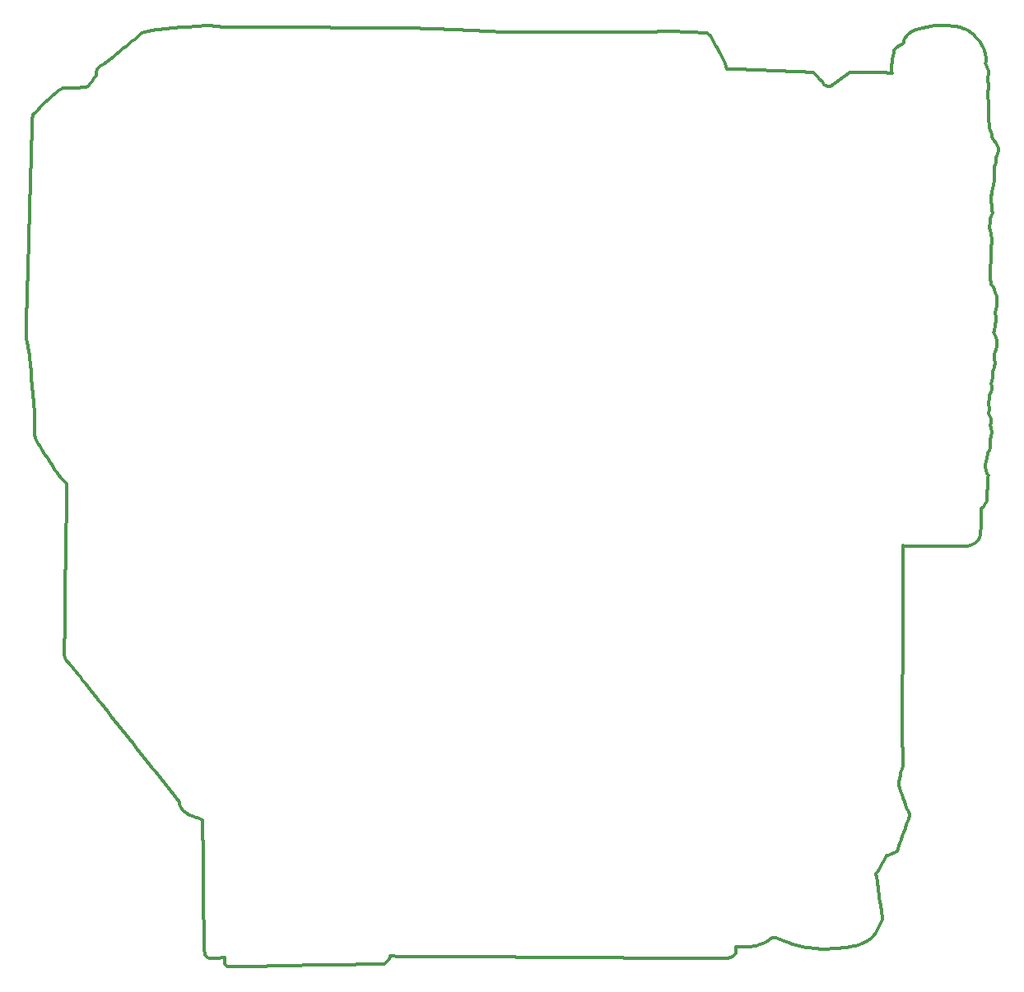
<source format=gbr>
%TF.GenerationSoftware,KiCad,Pcbnew,(6.0.4-0)*%
%TF.CreationDate,2022-08-06T01:16:16+02:00*%
%TF.ProjectId,enisadev,656e6973-6164-4657-962e-6b696361645f,rev?*%
%TF.SameCoordinates,PXb71b00PYb71b00*%
%TF.FileFunction,Profile,NP*%
%FSLAX46Y46*%
G04 Gerber Fmt 4.6, Leading zero omitted, Abs format (unit mm)*
G04 Created by KiCad (PCBNEW (6.0.4-0)) date 2022-08-06 01:16:16*
%MOMM*%
%LPD*%
G01*
G04 APERTURE LIST*
%ADD10C,0.350000*%
G04 APERTURE END LIST*
D10*
X101799062Y-46277327D02*
X101795531Y-46418447D01*
X85151478Y-8427807D02*
X85440758Y-8487774D01*
X23619984Y-99119903D02*
X23485927Y-99014074D01*
X15474335Y-2818632D02*
X15864873Y-2749206D01*
X16293022Y-2685320D01*
X16673309Y-2637060D01*
X17095990Y-2590392D01*
X17445721Y-2555913D01*
X17827316Y-2521475D01*
X18244210Y-2486711D01*
X18699840Y-2451256D01*
X19026810Y-2427054D01*
X102599874Y-32963497D02*
X102599874Y-32970560D01*
X101164066Y-52419201D02*
X101155219Y-52805291D01*
X101144884Y-53183568D01*
X101133557Y-53542912D01*
X101118759Y-53948524D01*
X101101342Y-54342689D01*
X101079403Y-54666393D01*
X13509361Y-4116852D02*
X13805757Y-3872284D01*
X14081177Y-3647112D01*
X14354955Y-3425864D01*
X14635819Y-3206283D01*
X14645316Y-3199638D01*
X6690182Y-8681797D02*
X7074282Y-8649490D01*
X7438344Y-8643577D01*
X7801792Y-8640127D01*
X7886082Y-8639465D01*
X40285203Y-98308518D02*
X40050546Y-98584876D01*
X39794836Y-98809478D01*
X3652749Y-11408784D02*
X3857366Y-11190042D01*
X101915485Y-10854920D02*
X101921480Y-11233495D01*
X101930547Y-11584164D01*
X101943713Y-11955585D01*
X102324697Y-19032306D02*
X102275325Y-19342753D01*
X3553982Y-12431826D02*
X3570255Y-12072195D01*
X3575148Y-11856797D01*
X3871491Y-44714524D02*
X3819389Y-44344933D01*
X3818565Y-44065404D01*
X48265034Y-2737500D02*
X48663741Y-2757851D01*
X49015820Y-2774942D01*
X49368350Y-2791292D01*
X49768788Y-2808796D01*
X50168834Y-2824538D01*
X50307610Y-2829226D01*
X102536377Y-36526544D02*
X102568115Y-37009848D01*
X23334235Y-98865913D02*
X23320110Y-98513135D01*
X101559176Y-47395627D02*
X101566238Y-47677866D01*
X101601507Y-6170021D02*
X101725379Y-6498881D01*
X101739096Y-6529861D01*
X101693233Y-47060505D02*
X101689702Y-47071077D01*
X102257669Y-13779440D02*
X102451714Y-14019326D01*
X102035417Y-40375362D02*
X102028376Y-40474129D01*
X101689702Y-47071077D02*
X101672067Y-47113409D01*
X101566238Y-47677866D02*
X101661439Y-48015158D01*
X101774325Y-48354946D01*
X101777896Y-48362256D01*
X21587980Y-98132129D02*
X21332909Y-97883630D01*
X21277534Y-97779352D01*
X92651537Y-80239251D02*
X92715034Y-80433274D01*
X91931878Y-6748582D02*
X91963085Y-6370241D01*
X92013840Y-5988535D01*
X92051810Y-5739642D01*
X73269925Y-3291364D02*
X73478476Y-3590544D01*
X73668087Y-3918972D01*
X73852507Y-4288389D01*
X74026546Y-4655502D01*
X74109538Y-4833001D01*
X102046011Y-40255408D02*
X102035417Y-40375362D01*
X89600000Y-96400000D02*
X89283885Y-96563547D01*
X88920429Y-96728441D01*
X88574125Y-96860576D01*
X88214701Y-96964934D01*
X88054832Y-96996195D01*
X102109508Y-44852113D02*
X102088342Y-44901507D01*
X93544075Y-82930947D02*
X93611082Y-83026182D01*
X102236503Y-20746801D02*
X102240034Y-20838527D01*
X102486983Y-29386326D02*
X102610970Y-29721793D01*
X102638675Y-29781435D01*
X101929588Y-8572437D02*
X101911953Y-8699432D01*
X92806760Y-80733127D02*
X92902418Y-81074712D01*
X93029012Y-81431642D01*
X102515211Y-33979499D02*
X102693117Y-34313868D01*
X102775007Y-34662233D01*
X102790367Y-35051936D01*
X101848456Y-48446919D02*
X101880194Y-48517479D01*
X93046646Y-4152142D02*
X93184235Y-4060417D01*
X18705792Y-82338283D02*
X18666992Y-82126603D01*
X102176537Y-43243447D02*
X102127143Y-43335173D01*
X101904891Y-7260114D02*
X101846374Y-7605743D01*
X101844925Y-7626995D01*
X90965249Y-94262168D02*
X90661865Y-94911267D01*
X6975931Y-57569747D02*
X7078229Y-49395892D01*
X7886082Y-8639465D02*
X8278403Y-8638094D01*
X8666054Y-8633946D01*
X9021946Y-8626080D01*
X9096129Y-8621831D01*
X93184235Y-4060417D02*
X93201869Y-3905194D01*
X101146432Y-52020560D02*
X101171129Y-52027601D01*
X102568115Y-37009848D02*
X102568115Y-37013379D01*
X90347888Y-89559634D02*
X90407875Y-89937109D01*
X90471373Y-89362079D02*
X90347888Y-89559634D01*
X75972193Y-97094962D02*
X75965152Y-97094962D01*
X21937227Y-2271831D02*
X22343922Y-2327192D01*
X22697941Y-2355141D01*
X23119864Y-2376021D01*
X23481689Y-2387092D01*
X23883053Y-2394267D01*
X24324530Y-2397583D01*
X24806698Y-2397074D01*
X25330131Y-2392775D01*
X25702295Y-2387821D01*
X25895405Y-2384722D01*
X75936924Y-97059693D02*
X75972193Y-97094962D01*
X102490514Y-18104499D02*
X102476389Y-18259722D01*
X102748035Y-31114945D02*
X102664630Y-31462917D01*
X102564584Y-31749941D01*
X3412862Y-37740101D02*
X3383688Y-37309236D01*
X3352782Y-36951074D01*
X3316582Y-36592851D01*
X3265905Y-36161737D01*
X3211610Y-35769186D01*
X3145318Y-35379266D01*
X3113010Y-35228325D01*
X102148308Y-28687833D02*
X102148308Y-28716061D01*
X92517479Y-87220715D02*
X92208271Y-87399800D01*
X91893056Y-87509996D01*
X102095405Y-22232003D02*
X102088381Y-22598506D01*
X102035417Y-22859937D01*
X90993477Y-88448375D02*
X90813189Y-88768022D01*
X90629475Y-89090132D01*
X90471373Y-89362079D01*
X101986045Y-23071616D02*
X102067177Y-23293868D01*
X92051810Y-5739642D02*
X92107879Y-5375996D01*
X92157639Y-5051721D01*
X3818565Y-44065404D02*
X3821025Y-43693781D01*
X3824637Y-43326476D01*
X3825628Y-43218750D01*
X90538401Y-90868447D02*
X90591168Y-91270828D01*
X90643514Y-91655678D01*
X90697253Y-92033740D01*
X90754200Y-92415754D01*
X90816168Y-92812464D01*
X90838254Y-92949823D01*
X102243565Y-20979625D02*
X102289428Y-21272437D01*
X102201234Y-23664280D02*
X102211806Y-23801847D01*
X6982972Y-49321801D02*
X6715990Y-49082509D01*
X6462699Y-48789086D01*
X6249957Y-48499253D01*
X6062227Y-48228199D01*
X102155371Y-20238800D02*
X102190640Y-20390492D01*
X102790367Y-35051936D02*
X102769201Y-35281250D01*
X102077749Y-13028022D02*
X102190640Y-13278502D01*
X101739096Y-6529861D02*
X101881852Y-6867644D01*
X101929588Y-7118994D01*
X75665278Y-97980438D02*
X75398402Y-98210355D01*
X75034756Y-98268674D01*
X74668180Y-98277833D01*
X74508178Y-98280312D01*
X92898486Y-79092723D02*
X92826046Y-79437882D01*
X92750325Y-79748885D01*
X6880674Y-66770198D02*
X6877143Y-66590278D01*
X101629736Y-51322045D02*
X101562707Y-51427896D01*
X102243565Y-13560720D02*
X102257669Y-13779440D01*
X93029012Y-81431642D02*
X93149850Y-81766338D01*
X93269047Y-82126048D01*
X93353561Y-82405312D01*
X102127143Y-43335173D02*
X102144233Y-43695873D01*
X102158902Y-43740854D01*
X91893056Y-87509996D02*
X91559481Y-87634899D01*
X91430918Y-87700488D01*
X102236503Y-39341726D02*
X102262780Y-39694471D01*
X102261200Y-39705076D01*
X21714975Y-98234449D02*
X21587980Y-98132129D01*
X101171129Y-52031132D02*
X101164066Y-52419201D01*
X32767509Y-2437626D02*
X33183456Y-2445150D01*
X33620881Y-2449613D01*
X34019496Y-2452611D01*
X34469666Y-2455271D01*
X34963366Y-2457559D01*
X35492576Y-2459439D01*
X35861148Y-2460450D01*
X36239559Y-2461254D01*
X36625432Y-2461841D01*
X37016389Y-2462200D01*
X37410055Y-2462323D01*
X76744777Y-97105556D02*
X76371426Y-97094656D01*
X76014218Y-97067347D01*
X75936924Y-97059693D01*
X18666992Y-82126603D02*
X16201057Y-79022163D01*
X102405851Y-37715404D02*
X102405851Y-37722466D01*
X102575177Y-33111658D02*
X102575177Y-33178687D01*
X102148308Y-28716061D02*
X102211806Y-28888918D01*
X39794836Y-98809478D02*
X39480880Y-98816519D01*
X101947223Y-12040248D02*
X101967187Y-12397222D01*
X101993085Y-12707003D01*
X102638675Y-29781435D02*
X102758629Y-30106006D01*
X23320110Y-98199158D02*
X22519319Y-98216793D01*
X91956575Y-7027268D02*
X91931878Y-6748582D01*
X21277534Y-97779352D02*
X21239170Y-97394521D01*
X21229195Y-96984861D01*
X21222850Y-96589121D01*
X21217871Y-96216618D01*
X21212450Y-95771770D01*
X21210506Y-95606250D01*
X101908422Y-10269297D02*
X101911953Y-10544474D01*
X102194171Y-21868632D02*
X102088342Y-22115581D01*
X102342332Y-37930615D02*
X102359988Y-38085838D01*
X102419954Y-33856014D02*
X102515211Y-33979499D01*
X102197703Y-19744903D02*
X102148023Y-20104529D01*
X102155371Y-20238800D01*
X93099571Y-78464768D02*
X93000783Y-78768174D01*
X102194171Y-39140640D02*
X102236503Y-39341726D01*
X101672067Y-47116940D02*
X101654433Y-47152209D01*
X102758629Y-30106006D02*
X102796219Y-30484915D01*
X102785356Y-30851474D01*
X102758629Y-31062020D01*
X101753199Y-51138615D02*
X101629736Y-51322045D01*
X21097614Y-84708939D02*
X21097614Y-84461991D01*
X101777896Y-46644208D02*
X101746158Y-46845294D01*
X31543380Y-98961170D02*
X31084278Y-98974885D01*
X30622578Y-98988224D01*
X30160474Y-99001139D01*
X29700165Y-99013585D01*
X29243844Y-99025514D01*
X28793710Y-99036880D01*
X28351958Y-99047637D01*
X27920784Y-99057737D01*
X27502385Y-99067135D01*
X27098956Y-99075784D01*
X26712694Y-99083636D01*
X26345796Y-99090646D01*
X25836558Y-99099480D01*
X25383241Y-99106156D01*
X25115758Y-99109331D01*
X92722097Y-86624520D02*
X92617384Y-86962083D01*
X92517479Y-87220715D01*
X79499971Y-6875576D02*
X79968572Y-6894501D01*
X80418223Y-6912863D01*
X80847420Y-6930594D01*
X81254660Y-6947626D01*
X81638438Y-6963894D01*
X81997252Y-6979329D01*
X82485373Y-7000775D01*
X82908864Y-7019970D01*
X83262651Y-7036688D01*
X83617164Y-7054733D01*
X83881486Y-7073131D01*
X102158902Y-43740854D02*
X102225220Y-44093469D01*
X102225931Y-44153598D01*
X90153864Y-7083725D02*
X90542382Y-7089999D01*
X90914995Y-7096742D01*
X91266959Y-7103673D01*
X91645154Y-7111620D01*
X91981250Y-7118994D01*
X14825236Y-3033821D02*
X15156123Y-2884508D01*
X15474335Y-2818632D01*
X102211806Y-23801847D02*
X102221144Y-24188504D01*
X102219869Y-24559640D01*
X102212522Y-24978057D01*
X102202599Y-25327952D01*
X102185545Y-25760671D01*
X102163778Y-26161997D01*
X102158902Y-26236023D01*
X80388978Y-96290640D02*
X80057454Y-96167004D01*
X80043262Y-96160114D01*
X21094083Y-84296195D02*
X21076448Y-83999853D01*
X102289428Y-21272437D02*
X102321166Y-21551145D01*
X102568115Y-37013379D02*
X102490514Y-37327357D01*
X93219504Y-3795833D02*
X93314761Y-3566519D01*
X102215337Y-19684937D02*
X102197703Y-19744903D01*
X102275325Y-19342753D02*
X102222400Y-19656708D01*
X102758629Y-31062020D02*
X102748035Y-31114945D01*
X100589037Y-3425421D02*
X100851913Y-3686971D01*
X101077375Y-3955475D01*
X101188763Y-4162715D01*
X102190640Y-20390492D02*
X102236503Y-20746801D01*
X21076448Y-83999853D02*
X20864790Y-83929293D01*
X102024845Y-22891696D02*
X101986045Y-23071616D01*
X101188763Y-4162715D02*
X101338766Y-4482887D01*
X101465677Y-4818949D01*
X101587404Y-5189310D01*
X74109538Y-4833001D02*
X74280601Y-5160387D01*
X74457370Y-5465877D01*
X74469378Y-5485631D01*
X85433696Y-97289007D02*
X85018117Y-97292763D01*
X84621265Y-97285360D01*
X84240039Y-97266549D01*
X83871339Y-97236081D01*
X83512064Y-97193707D01*
X83159113Y-97139179D01*
X82809385Y-97072247D01*
X82459782Y-96992664D01*
X21097614Y-84461991D02*
X21101145Y-84444356D01*
X74469378Y-5485631D02*
X74656489Y-5808681D01*
X74816930Y-6150866D01*
X74910350Y-6459301D01*
X25895405Y-2384722D02*
X26385605Y-2377345D01*
X26753367Y-2374107D01*
X27149077Y-2372158D01*
X27568600Y-2371453D01*
X28007801Y-2371944D01*
X28462547Y-2373585D01*
X28928703Y-2376329D01*
X29402135Y-2380131D01*
X29878709Y-2384942D01*
X30354291Y-2390717D01*
X30824746Y-2397409D01*
X31285941Y-2404972D01*
X31733741Y-2413359D01*
X32164012Y-2422523D01*
X32572620Y-2432418D01*
X32767509Y-2437626D01*
X101834353Y-9031044D02*
X101830821Y-9210964D01*
X101830821Y-9210964D02*
X101834353Y-9323855D01*
X81196853Y-96572858D02*
X80862243Y-96450671D01*
X80522157Y-96332747D01*
X80388978Y-96290640D01*
X7120560Y-67659183D02*
X6935746Y-67343000D01*
X6867671Y-66990872D01*
X6880674Y-66770198D01*
X102098936Y-45088468D02*
X102123391Y-45440054D01*
X102091874Y-45709360D01*
X10641297Y-72033636D02*
X10418270Y-71752219D01*
X10199356Y-71475960D01*
X9879920Y-71072755D01*
X9572878Y-70685050D01*
X9280115Y-70315180D01*
X9003514Y-69965483D01*
X8744960Y-69638296D01*
X8506334Y-69335957D01*
X8289523Y-69060801D01*
X8037628Y-68740254D01*
X7879041Y-68537618D01*
X93353561Y-82405312D02*
X93453188Y-82745582D01*
X93544075Y-82930947D01*
X102035417Y-22863468D02*
X102024845Y-22891696D01*
X101795531Y-46418447D02*
X101777896Y-46644208D01*
X35328679Y-98908245D02*
X34880217Y-98912388D01*
X34432175Y-98916853D01*
X33991108Y-98921585D01*
X33563576Y-98926533D01*
X33156135Y-98931644D01*
X32775345Y-98936866D01*
X32320414Y-98943911D01*
X31940063Y-98950937D01*
X31543380Y-98961170D01*
X102240034Y-20838527D02*
X102243565Y-20979625D01*
X93477046Y-84483156D02*
X93329134Y-84877085D01*
X93191348Y-85258676D01*
X93045360Y-85670886D01*
X92907561Y-86067043D01*
X92794343Y-86400478D01*
X92722097Y-86624520D01*
X23320110Y-98513135D02*
X23320110Y-98199158D01*
X67625480Y-2878598D02*
X68082392Y-2867976D01*
X68448053Y-2863332D01*
X68824590Y-2861421D01*
X69204069Y-2862138D01*
X69578553Y-2865377D01*
X69940108Y-2871035D01*
X70388353Y-2882161D01*
X70780694Y-2897152D01*
X71163852Y-2920951D01*
X74508178Y-98280312D02*
X74095281Y-98280216D01*
X73657539Y-98278592D01*
X73294811Y-98276910D01*
X72879993Y-98274779D01*
X72417054Y-98272225D01*
X71909962Y-98269273D01*
X71362688Y-98265950D01*
X70779198Y-98262280D01*
X70163463Y-98258291D01*
X69519450Y-98254007D01*
X68851129Y-98249456D01*
X68162469Y-98244661D01*
X67811752Y-98242181D01*
X67457438Y-98239650D01*
X67100023Y-98237072D01*
X66740005Y-98234449D01*
X92750325Y-79748885D02*
X92670101Y-80102864D01*
X92651537Y-80239251D01*
X101171129Y-52027601D02*
X101171129Y-52031132D01*
X101929588Y-7118994D02*
X101904891Y-7260114D01*
X102211806Y-28888918D02*
X102413270Y-29186860D01*
X102486983Y-29386326D01*
X7879041Y-68537618D02*
X7646196Y-68273035D01*
X101971920Y-40731671D02*
X101908422Y-40964495D01*
X93755733Y-83407188D02*
X93752202Y-83410720D01*
X102486983Y-37341460D02*
X102409710Y-37687149D01*
X102405851Y-37715404D01*
X93067812Y-72093603D02*
X93067522Y-72501886D01*
X93067315Y-72888412D01*
X93067191Y-73253792D01*
X93067191Y-73923546D01*
X93067522Y-74516021D01*
X93068183Y-75036089D01*
X93069176Y-75488625D01*
X93070500Y-75878500D01*
X93073106Y-76356485D01*
X93076456Y-76720895D01*
X93083693Y-77120527D01*
X93099571Y-77388800D01*
X102137736Y-40026115D02*
X102046011Y-40255408D01*
X3857366Y-11190042D02*
X4122127Y-10928489D01*
X4394136Y-10659232D01*
X4668750Y-10385720D01*
X20416756Y-83752904D02*
X20090393Y-83624891D01*
X20078103Y-83622378D01*
X4668750Y-10385720D02*
X4921130Y-10136699D01*
X5207474Y-9861458D01*
X5487804Y-9600901D01*
X5663586Y-9447340D01*
X19044445Y-83033245D02*
X18834116Y-82741316D01*
X18715991Y-82392205D01*
X18705792Y-82338283D01*
X101587404Y-5189310D02*
X101678973Y-5529541D01*
X101689702Y-5806671D01*
X90661865Y-94911267D02*
X90480228Y-95295155D01*
X90300687Y-95656877D01*
X90101832Y-95992975D01*
X89854778Y-96246105D01*
X89600000Y-96400000D01*
X101079403Y-54666393D02*
X100998732Y-55012068D01*
X100835986Y-55259057D01*
X3829138Y-42971801D02*
X3819720Y-42579333D01*
X3797808Y-42206127D01*
X3766227Y-41821074D01*
X3729288Y-41428244D01*
X3691913Y-41052698D01*
X3670405Y-40841031D01*
X72952416Y-3023249D02*
X73241747Y-3253934D01*
X73269925Y-3291364D01*
X101911953Y-8699432D02*
X101887256Y-8773523D01*
X41470531Y-98047466D02*
X40380459Y-98040404D01*
X101848456Y-7704617D02*
X101848456Y-7789280D01*
X16201057Y-79022163D02*
X15933476Y-78685746D01*
X15641954Y-78319188D01*
X15329338Y-77926078D01*
X14998474Y-77510009D01*
X14652210Y-77074572D01*
X14293394Y-76623358D01*
X13924874Y-76159959D01*
X13549496Y-75687967D01*
X13170107Y-75210972D01*
X12789557Y-74732567D01*
X12410691Y-74256343D01*
X12036358Y-73785891D01*
X11669404Y-73324803D01*
X11312678Y-72876670D01*
X10969026Y-72445083D01*
X10641297Y-72033636D01*
X101908422Y-40964495D02*
X101933119Y-41260838D01*
X74910350Y-6459301D02*
X74966785Y-6695656D01*
X20078103Y-83622378D02*
X19724066Y-83484345D01*
X19399635Y-83297192D01*
X19100585Y-83081255D01*
X19044445Y-83033245D01*
X90965249Y-94106944D02*
X90961739Y-94117517D01*
X101802593Y-46182070D02*
X101799062Y-46277327D01*
X9477113Y-8240825D02*
X9699219Y-7963734D01*
X9916327Y-7683440D01*
X10112130Y-7390640D01*
X101971920Y-41758245D02*
X101953987Y-42112135D01*
X101940182Y-42170989D01*
X92157639Y-5051721D02*
X92207033Y-4797710D01*
X101735565Y-46894688D02*
X101693233Y-47060505D01*
X77820767Y-97006767D02*
X77467360Y-97063530D01*
X77097226Y-97096144D01*
X76744777Y-97105556D01*
X102476389Y-18259722D02*
X102427732Y-18606835D01*
X102419954Y-18651300D01*
X71163852Y-2920951D02*
X71537708Y-2944943D01*
X71898858Y-2961571D01*
X72232757Y-2970324D01*
X102067177Y-23293868D02*
X102192725Y-23627671D01*
X102201234Y-23664280D01*
X91430918Y-87700488D02*
X91234060Y-88024014D01*
X91052511Y-88342644D01*
X90993477Y-88448375D01*
X54431583Y-2910358D02*
X54919558Y-2904159D01*
X55372955Y-2899466D01*
X55805934Y-2896296D01*
X56232657Y-2894667D01*
X56667288Y-2894596D01*
X57123986Y-2896101D01*
X57616915Y-2899198D01*
X57972656Y-2902156D01*
X58354990Y-2905835D01*
X58768112Y-2910239D01*
X59216220Y-2915375D01*
X59703508Y-2921247D01*
X59963157Y-2924461D01*
X6877143Y-66435055D02*
X6878957Y-66037679D01*
X6883149Y-65569256D01*
X6887118Y-65170583D01*
X6891961Y-64708084D01*
X6897621Y-64186292D01*
X6904041Y-63609739D01*
X6911163Y-62982957D01*
X6918932Y-62310477D01*
X6923041Y-61958517D01*
X6927290Y-61596832D01*
X6931672Y-61225989D01*
X6936180Y-60846554D01*
X6940808Y-60459093D01*
X6945547Y-60064174D01*
X6950390Y-59662362D01*
X6955332Y-59254225D01*
X6960363Y-58840328D01*
X6965478Y-58421238D01*
X6970670Y-57997522D01*
X6975931Y-57569747D01*
X93134841Y-77932070D02*
X93124947Y-78283545D01*
X93099571Y-78464768D01*
X101654433Y-5961894D02*
X101601507Y-6170021D01*
X85691238Y-8533636D02*
X86619045Y-7828081D01*
X101573279Y-47346254D02*
X101559176Y-47395627D01*
X19026810Y-2427054D02*
X19417241Y-2398615D01*
X19767784Y-2372508D01*
X20136697Y-2344840D01*
X20455556Y-2321225D01*
X102578709Y-31866364D02*
X102649959Y-32224564D01*
X102657372Y-32582152D01*
X102649268Y-32691852D01*
X92207033Y-4797710D02*
X92443063Y-4538393D01*
X92755664Y-4310101D01*
X93046646Y-4152142D01*
X100835986Y-55259057D02*
X100568091Y-55484338D01*
X100265868Y-55683683D01*
X100077505Y-55774099D01*
X40362825Y-98121557D02*
X40285203Y-98308518D01*
X10175628Y-7048434D02*
X10232063Y-6723885D01*
X93611082Y-83026182D02*
X93692236Y-83156708D01*
X2922518Y-33587921D02*
X2935221Y-33181989D01*
X2951228Y-32649917D01*
X2965060Y-32186348D01*
X2981234Y-31642055D01*
X2999588Y-31022490D01*
X3019962Y-30333105D01*
X3030857Y-29963933D01*
X3042197Y-29579351D01*
X3053962Y-29180040D01*
X3066133Y-28766681D01*
X3078688Y-28339957D01*
X3091608Y-27900547D01*
X3104873Y-27449135D01*
X3118462Y-26986401D01*
X3132357Y-26513026D01*
X3146537Y-26029693D01*
X3160981Y-25537083D01*
X3175670Y-25035877D01*
X3190583Y-24526756D01*
X3205702Y-24010403D01*
X3221005Y-23487499D01*
X3236473Y-22958725D01*
X22519319Y-98216793D02*
X21714975Y-98234449D01*
X101672067Y-47113409D02*
X101672067Y-47116940D01*
X74966785Y-6695656D02*
X75069083Y-6699188D01*
X101753199Y-50881073D02*
X101753199Y-51138615D01*
X91981250Y-7118994D02*
X91956575Y-7027268D01*
X101933119Y-41260838D02*
X101972672Y-41618226D01*
X101971920Y-41758245D01*
X102091874Y-45709360D02*
X101970256Y-46040029D01*
X101890788Y-46125635D01*
X102920893Y-15123523D02*
X102839721Y-15478051D01*
X102783304Y-15610358D01*
X37410055Y-2462323D02*
X37804710Y-2462485D01*
X38197283Y-2462957D01*
X38585361Y-2463719D01*
X38966528Y-2464750D01*
X39338373Y-2466029D01*
X39698483Y-2467535D01*
X40211363Y-2470176D01*
X40684263Y-2473212D01*
X41109037Y-2476574D01*
X41477542Y-2480190D01*
X41867273Y-2485288D01*
X42123183Y-2490551D01*
X101654433Y-47152209D02*
X101650901Y-47159272D01*
X102476389Y-33760779D02*
X102419954Y-33856014D01*
X10232063Y-6723885D02*
X10510035Y-6483705D01*
X10598944Y-6420501D01*
X72232757Y-2970324D02*
X72597426Y-2979712D01*
X72952416Y-3023249D01*
X82459782Y-96992664D02*
X82105278Y-96896299D01*
X81751893Y-96779035D01*
X81373227Y-96639711D01*
X81196853Y-96572858D01*
X101876684Y-48707971D02*
X101849960Y-49083210D01*
X101825635Y-49444393D01*
X101799231Y-49864265D01*
X101778027Y-50234851D01*
X101760584Y-50593121D01*
X101753199Y-50881073D01*
X21210506Y-95606250D02*
X21203964Y-95059784D01*
X21197571Y-94522645D01*
X21191332Y-93995228D01*
X21185251Y-93477928D01*
X21179334Y-92971142D01*
X21173583Y-92475265D01*
X21168004Y-91990695D01*
X21162602Y-91517825D01*
X21157381Y-91057054D01*
X21152345Y-90608775D01*
X21147499Y-90173387D01*
X21142847Y-89751283D01*
X21138394Y-89342861D01*
X21134145Y-88948517D01*
X21130104Y-88568645D01*
X21126275Y-88203643D01*
X21119274Y-87519831D01*
X21113177Y-86900247D01*
X21108020Y-86348060D01*
X21103841Y-85866437D01*
X21100674Y-85458545D01*
X21097902Y-84991884D01*
X21097614Y-84708939D01*
X102561074Y-31764044D02*
X102578709Y-31866364D01*
X101936650Y-42174520D02*
X101936650Y-42178051D01*
X101926057Y-42206280D02*
X102000148Y-42400303D01*
X101890788Y-46125635D02*
X101802593Y-46182070D01*
X90958208Y-93888224D02*
X90965249Y-94106944D01*
X102719807Y-15903169D02*
X102681367Y-16260177D01*
X102589154Y-16628364D01*
X102550480Y-16749823D01*
X93081915Y-66431524D02*
X93080635Y-66868655D01*
X93079432Y-67293818D01*
X93078301Y-67707199D01*
X93077237Y-68108983D01*
X93076235Y-68499357D01*
X93075289Y-68878507D01*
X93074395Y-69246618D01*
X93073547Y-69603878D01*
X93072350Y-70119826D01*
X93071229Y-70612403D01*
X93070165Y-71082238D01*
X93069142Y-71529958D01*
X93068143Y-71956191D01*
X93067812Y-72093603D01*
X51697555Y-2899764D02*
X52069190Y-2921766D01*
X52459232Y-2929857D01*
X52845951Y-2929647D01*
X53254303Y-2926070D01*
X53633226Y-2921481D01*
X54085085Y-2915317D01*
X54431583Y-2910358D01*
X101185232Y-51974697D02*
X101146432Y-52020560D01*
X102920893Y-14964768D02*
X102920893Y-14968300D01*
X102352926Y-38466822D02*
X102281639Y-38822764D01*
X102194171Y-39123005D01*
X101869622Y-9708392D02*
X101902121Y-10057485D01*
X101908422Y-10269297D01*
X102564584Y-31749941D02*
X102561074Y-31764044D01*
X102490514Y-37327357D02*
X102486983Y-37341460D01*
X25115758Y-99109331D02*
X23619984Y-99119903D01*
X101650901Y-47159272D02*
X101573279Y-47346254D01*
X90407875Y-89937109D02*
X90460334Y-90290381D01*
X90512050Y-90661897D01*
X90538401Y-90868447D01*
X93755733Y-83562412D02*
X93675220Y-83924083D01*
X93559591Y-84268292D01*
X93477046Y-84483156D01*
X102476389Y-17007365D02*
X102494045Y-17236658D01*
X102088342Y-44901507D02*
X102098936Y-45088468D01*
X92715034Y-80433274D02*
X92806760Y-80733127D01*
X42123183Y-2490551D02*
X42495588Y-2502276D01*
X42879770Y-2514906D01*
X43273534Y-2528353D01*
X43674683Y-2542529D01*
X44081020Y-2557346D01*
X44490350Y-2572716D01*
X44900475Y-2588551D01*
X45309201Y-2604764D01*
X45714329Y-2621266D01*
X46113665Y-2637969D01*
X46505012Y-2654786D01*
X46886172Y-2671629D01*
X47254951Y-2688410D01*
X47609152Y-2705040D01*
X48108314Y-2729512D01*
X48265034Y-2737500D01*
X3575148Y-11856797D02*
X3599059Y-11500613D01*
X3652749Y-11408784D01*
X75965152Y-97094962D02*
X75965152Y-97345442D01*
X93752202Y-83410720D02*
X93755733Y-83562412D01*
X20455556Y-2321225D02*
X20825253Y-2294211D01*
X21184835Y-2269709D01*
X21571725Y-2250397D01*
X21937227Y-2271831D01*
X93152475Y-55714133D02*
X93116196Y-56124392D01*
X93110115Y-56595982D01*
X93106626Y-57045869D01*
X93103466Y-57621599D01*
X93100533Y-58338126D01*
X93099120Y-58753862D01*
X93097724Y-59210406D01*
X93096334Y-59709626D01*
X93094935Y-60253393D01*
X93093516Y-60843576D01*
X93092063Y-61482044D01*
X93090564Y-62170666D01*
X93089005Y-62911312D01*
X93087373Y-63705852D01*
X93085656Y-64556154D01*
X93083841Y-65464088D01*
X93081915Y-66431524D01*
X7646196Y-68273035D02*
X7403224Y-67991244D01*
X7174998Y-67723447D01*
X7120560Y-67659183D01*
X93201869Y-3905194D02*
X93219504Y-3795833D01*
X102321166Y-21551145D02*
X102194171Y-21868632D01*
X23485927Y-99014074D02*
X23334235Y-98865913D01*
X20864790Y-83929293D02*
X20525455Y-83800812D01*
X20416756Y-83752904D01*
X66740005Y-98234449D02*
X65806487Y-98227093D01*
X64850850Y-98219596D01*
X63876234Y-98211981D01*
X62885778Y-98204273D01*
X61882622Y-98196495D01*
X60869907Y-98188671D01*
X59850773Y-98180825D01*
X58828358Y-98172982D01*
X57805805Y-98165164D01*
X56786251Y-98157396D01*
X55772839Y-98149702D01*
X54768706Y-98142105D01*
X53776994Y-98134630D01*
X52800842Y-98127300D01*
X51843391Y-98120140D01*
X50907780Y-98113173D01*
X49997150Y-98106422D01*
X49114639Y-98099913D01*
X48263390Y-98093668D01*
X47446540Y-98087713D01*
X46667231Y-98082070D01*
X45928602Y-98076763D01*
X45233794Y-98071817D01*
X44585946Y-98067256D01*
X43988198Y-98063102D01*
X43443690Y-98059381D01*
X42955563Y-98056115D01*
X42526956Y-98053330D01*
X42161009Y-98051048D01*
X41629656Y-98048092D01*
X41470531Y-98047466D01*
X101911953Y-10544474D02*
X101915485Y-10854920D01*
X102017782Y-12851633D02*
X102077749Y-13028022D01*
X102222400Y-19656708D02*
X102215337Y-19684937D01*
X59963157Y-2924461D02*
X60589174Y-2931813D01*
X61173872Y-2937972D01*
X61721900Y-2942902D01*
X62237909Y-2946566D01*
X62726550Y-2948927D01*
X63192475Y-2949950D01*
X63640333Y-2949599D01*
X64074776Y-2947836D01*
X64500455Y-2944627D01*
X64922020Y-2939934D01*
X65344123Y-2933722D01*
X65771414Y-2925953D01*
X66208545Y-2916593D01*
X66660165Y-2905605D01*
X67130926Y-2892951D01*
X67625480Y-2878598D01*
X101947223Y-12029655D02*
X101947223Y-12040248D01*
X93000783Y-78768174D02*
X92898486Y-79092723D01*
X102550480Y-16749823D02*
X102476389Y-17007365D01*
X9096129Y-8621831D02*
X9358618Y-8384820D01*
X9477113Y-8240825D01*
X102494045Y-17236658D02*
X102518729Y-17605148D01*
X102501086Y-17984545D01*
X6877143Y-66590278D02*
X6877143Y-66435055D01*
X102190640Y-13278502D02*
X102194171Y-13285543D01*
X102367029Y-37838889D02*
X102342332Y-37930615D01*
X102225931Y-44153598D02*
X102195737Y-44507237D01*
X102187130Y-44555770D01*
X102596343Y-35852748D02*
X102508149Y-36043241D01*
X77834870Y-97003236D02*
X77820767Y-97006767D01*
X83881486Y-7073131D02*
X84133496Y-7332194D01*
X84371338Y-7590114D01*
X84520013Y-7753990D01*
X102405851Y-37722466D02*
X102367029Y-37838889D01*
X6062227Y-48228199D02*
X5861226Y-47928859D01*
X5628483Y-47574022D01*
X5374673Y-47180745D01*
X5110469Y-46766086D01*
X4846544Y-46347101D01*
X4593572Y-45940847D01*
X4362228Y-45564383D01*
X4163184Y-45234764D01*
X3966487Y-44897625D01*
X3871491Y-44714524D01*
X38711806Y-98851810D02*
X38298286Y-98866084D01*
X37858662Y-98875614D01*
X37423882Y-98883247D01*
X37056442Y-98888840D01*
X36658632Y-98894224D01*
X36235022Y-98899311D01*
X35790181Y-98904013D01*
X35328679Y-98908245D01*
X102194171Y-13285543D02*
X102222400Y-13405497D01*
X102130674Y-28440884D02*
X102148308Y-28687833D01*
X101746158Y-46845294D02*
X101735565Y-46894688D01*
X102649268Y-32691852D02*
X102599874Y-32963497D01*
X87610350Y-7083725D02*
X87999562Y-7057360D01*
X88378597Y-7058911D01*
X88818824Y-7063873D01*
X89242693Y-7069767D01*
X89756718Y-7077521D01*
X90153864Y-7083725D01*
X90838254Y-92949823D02*
X90893500Y-93317676D01*
X90938633Y-93668875D01*
X90958208Y-93888224D01*
X102211806Y-43169356D02*
X102176537Y-43243447D01*
X101777896Y-48362256D02*
X101848456Y-48446919D01*
X93265367Y-55823493D02*
X93152475Y-55714133D01*
X102920893Y-14968300D02*
X102920893Y-14971831D01*
X80043262Y-96160114D02*
X79785742Y-96100126D01*
X102783304Y-15610358D02*
X102719807Y-15903169D01*
X102359988Y-38085838D02*
X102356686Y-38439910D01*
X102352926Y-38466822D01*
X3113010Y-35228325D02*
X3039011Y-34877441D01*
X2980835Y-34523644D01*
X2937137Y-34141888D01*
X2921781Y-33777580D01*
X2922518Y-33743144D01*
X102232972Y-13479588D02*
X102243565Y-13560720D01*
X85440758Y-8487774D02*
X85691238Y-8533636D01*
X102508149Y-36043241D02*
X102536377Y-36526544D01*
X90961739Y-94117517D02*
X90965249Y-94262168D01*
X102776263Y-14520265D02*
X102907051Y-14850851D01*
X102920893Y-14964768D01*
X102035417Y-22859937D02*
X102035417Y-22863468D01*
X7078229Y-49395892D02*
X6982972Y-49321801D01*
X14645316Y-3199638D02*
X14825236Y-3033821D01*
X102599874Y-32970560D02*
X102575177Y-33111658D01*
X101936650Y-42178051D02*
X101926057Y-42206280D01*
X102123611Y-27728266D02*
X102130674Y-28440884D01*
X84520013Y-7753990D02*
X84779019Y-8040489D01*
X85026400Y-8305762D01*
X85151478Y-8427807D01*
X93099571Y-77388800D02*
X93133333Y-77743113D01*
X93134841Y-77932070D01*
X88054832Y-96996195D02*
X87688903Y-97054348D01*
X87265382Y-97119140D01*
X86902518Y-97170806D01*
X86512761Y-97219324D01*
X86102314Y-97258035D01*
X85709397Y-97280471D01*
X85433696Y-97289007D01*
X102222400Y-13405497D02*
X102232972Y-13479588D01*
X79785742Y-96100126D02*
X79669319Y-96114251D01*
X102194171Y-39123005D02*
X102194171Y-39140640D01*
X39480880Y-98816519D02*
X39115022Y-98830045D01*
X38763542Y-98848542D01*
X38711806Y-98851810D01*
X3825628Y-43218750D02*
X3829138Y-42971801D01*
X75965152Y-97345442D02*
X75894805Y-97705401D01*
X75665278Y-97980438D01*
X3670405Y-40841031D02*
X3627504Y-40407546D01*
X3586507Y-39976004D01*
X3547990Y-39551987D01*
X3512533Y-39141075D01*
X3480713Y-38748850D01*
X3453109Y-38380891D01*
X3425413Y-37963572D01*
X3412862Y-37740101D01*
X40380459Y-98040404D02*
X40362825Y-98121557D01*
X99470737Y-2589339D02*
X99810931Y-2760789D01*
X100103733Y-2976072D01*
X100368461Y-3211671D01*
X100589037Y-3425421D01*
X102088342Y-22115581D02*
X102095405Y-22232003D01*
X101834353Y-9323855D02*
X101864760Y-9677387D01*
X101869622Y-9708392D01*
X102575177Y-33178687D02*
X102575177Y-33231612D01*
X102769201Y-35281250D02*
X102687927Y-35632860D01*
X102596343Y-35852748D01*
X102000148Y-12756376D02*
X102017782Y-12851633D01*
X101993085Y-12707003D02*
X102000148Y-12756376D01*
X102158902Y-26236023D02*
X102139194Y-26621617D01*
X102128326Y-26977548D01*
X102123367Y-27360352D01*
X102123611Y-27728266D01*
X93738098Y-3086747D02*
X94071391Y-2869095D01*
X94448628Y-2685177D01*
X94784499Y-2561735D01*
X95152678Y-2458860D01*
X95555025Y-2376096D01*
X95993401Y-2312991D01*
X96346945Y-2278288D01*
X96722585Y-2254196D01*
X2922518Y-33739613D02*
X2922518Y-33587921D01*
X102920893Y-14971831D02*
X102920893Y-15074129D01*
X101873153Y-7948035D02*
X101926915Y-8304126D01*
X101929588Y-8572437D01*
X86619045Y-7828081D02*
X86941522Y-7583752D01*
X87223269Y-7371010D01*
X87512501Y-7154390D01*
X87610350Y-7083725D01*
X102501086Y-17984545D02*
X102490514Y-18104499D01*
X102575177Y-33231612D02*
X102539644Y-33590966D01*
X102476389Y-33760779D01*
X102187130Y-44555770D02*
X102109508Y-44852113D01*
X102451714Y-14019326D02*
X102656853Y-14315165D01*
X102776263Y-14520265D01*
X101844925Y-7626995D02*
X101848456Y-7704617D01*
X102419954Y-18651300D02*
X102335428Y-19001982D01*
X102324697Y-19032306D01*
X93314761Y-3566519D02*
X93522074Y-3281649D01*
X93738098Y-3086747D01*
X3236473Y-22958725D02*
X3251952Y-22430093D01*
X3267286Y-21907613D01*
X3282454Y-21391957D01*
X3297433Y-20883798D01*
X3312203Y-20383809D01*
X3326743Y-19892663D01*
X3341030Y-19411033D01*
X3355044Y-18939592D01*
X3368764Y-18479014D01*
X3382167Y-18029972D01*
X3395233Y-17593138D01*
X3407941Y-17169185D01*
X3420269Y-16758788D01*
X3432196Y-16362618D01*
X3443700Y-15981349D01*
X3454760Y-15615654D01*
X3475464Y-14933678D01*
X3494138Y-14322075D01*
X3510609Y-13786230D01*
X3524709Y-13331526D01*
X3536267Y-12963349D01*
X3548464Y-12585101D01*
X3553982Y-12431826D01*
X101943713Y-11955585D02*
X101947223Y-12029655D01*
X93692236Y-83156708D02*
X93755733Y-83407188D01*
X102000148Y-42400303D02*
X102134173Y-42739306D01*
X102211806Y-43070589D01*
X101887256Y-8773523D02*
X101834353Y-9031044D01*
X50307610Y-2829226D02*
X50671143Y-2842727D01*
X51054186Y-2860530D01*
X51411427Y-2880315D01*
X51697555Y-2899764D01*
X102028376Y-40474129D02*
X101971920Y-40731671D01*
X21101145Y-84444356D02*
X21094083Y-84296195D01*
X10112130Y-7390640D02*
X10175628Y-7048434D01*
X75069083Y-6699188D02*
X75450859Y-6715339D01*
X75868915Y-6732364D01*
X76266854Y-6748404D01*
X76728567Y-6766880D01*
X77246346Y-6787461D01*
X77618874Y-6802187D01*
X78010609Y-6817603D01*
X78419269Y-6833611D01*
X78842568Y-6850112D01*
X79278223Y-6867009D01*
X79499971Y-6875576D01*
X101689702Y-5806671D02*
X101654433Y-5961894D01*
X79337707Y-96389406D02*
X79035071Y-96573935D01*
X78718955Y-96729750D01*
X78388028Y-96857518D01*
X78040957Y-96957906D01*
X77834870Y-97003236D01*
X102211806Y-43070589D02*
X102211806Y-43169356D01*
X96091120Y-55851721D02*
X95670902Y-55849645D01*
X95268760Y-55847401D01*
X94889558Y-55845007D01*
X94538163Y-55842479D01*
X94121300Y-55838931D01*
X93699473Y-55834268D01*
X93334555Y-55827457D01*
X93265367Y-55823493D01*
X5663586Y-9447340D02*
X5971510Y-9204732D01*
X6279389Y-8971657D01*
X6572973Y-8758796D01*
X6690182Y-8681797D01*
X102261200Y-39705076D02*
X102137736Y-40026115D01*
X101562707Y-51427896D02*
X101372193Y-51734811D01*
X100077505Y-55774099D02*
X99681217Y-55822226D01*
X99258115Y-55839528D01*
X98793567Y-55848797D01*
X98363180Y-55853189D01*
X97856501Y-55855465D01*
X97473651Y-55855841D01*
X97052876Y-55855329D01*
X96592568Y-55853948D01*
X96091120Y-55851721D01*
X102920893Y-15074129D02*
X102920893Y-15123523D01*
X101372193Y-51734811D02*
X101185232Y-51974697D01*
X79669319Y-96114251D02*
X79399430Y-96348013D01*
X79337707Y-96389406D01*
X2922518Y-33743144D02*
X2922518Y-33739613D01*
X101848456Y-7789280D02*
X101873153Y-7948035D01*
X101940182Y-42170989D02*
X101936650Y-42174520D01*
X96722585Y-2254196D02*
X97095767Y-2244286D01*
X97474944Y-2250996D01*
X97852879Y-2273417D01*
X98222339Y-2310639D01*
X98576089Y-2361751D01*
X98985164Y-2443790D01*
X99344258Y-2544336D01*
X99470737Y-2589339D01*
X101880194Y-48517479D02*
X101876684Y-48707971D01*
X10598944Y-6420501D02*
X10903406Y-6201373D01*
X11248253Y-5942054D01*
X11560207Y-5700178D01*
X11910008Y-5423184D01*
X12200405Y-5189880D01*
X12517340Y-4932710D01*
X12863065Y-4649913D01*
X13239829Y-4339728D01*
X13509361Y-4116852D01*
M02*

</source>
